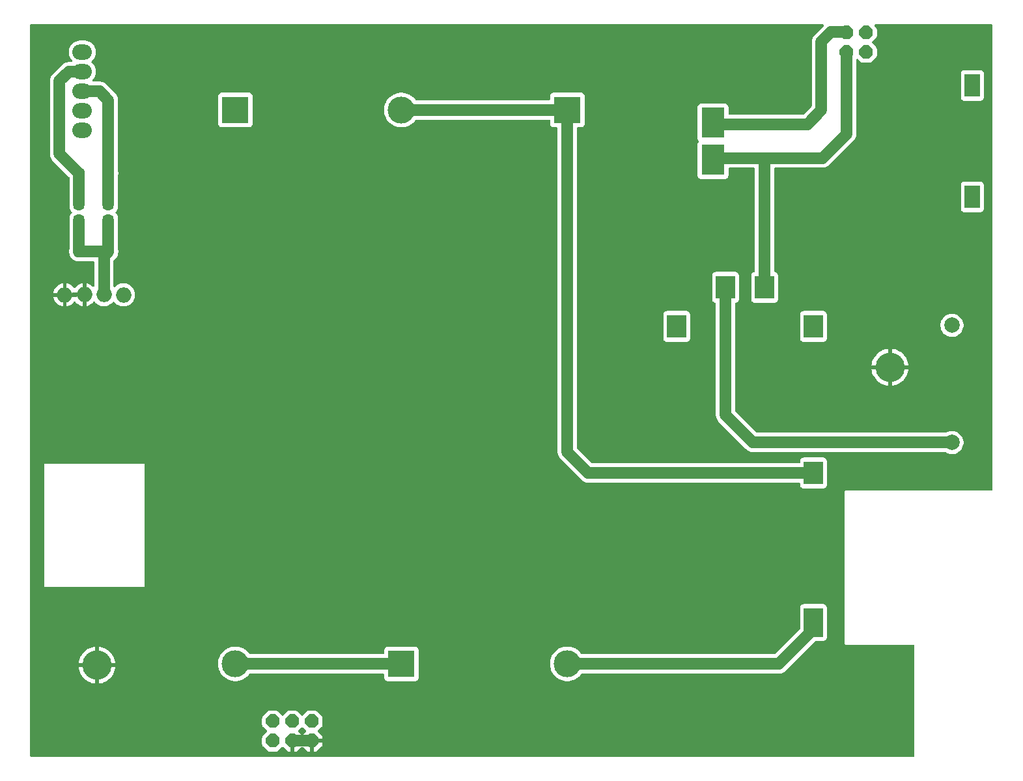
<source format=gbr>
%TF.GenerationSoftware,KiCad,Pcbnew,9.0.0*%
%TF.CreationDate,2025-04-09T21:16:24+03:00*%
%TF.ProjectId,QMX+ Battery + Audio Board,514d582b-2042-4617-9474-657279202b20,rev?*%
%TF.SameCoordinates,Original*%
%TF.FileFunction,Copper,L1,Top*%
%TF.FilePolarity,Positive*%
%FSLAX46Y46*%
G04 Gerber Fmt 4.6, Leading zero omitted, Abs format (unit mm)*
G04 Created by KiCad (PCBNEW 9.0.0) date 2025-04-09 21:16:24*
%MOMM*%
%LPD*%
G01*
G04 APERTURE LIST*
G04 Aperture macros list*
%AMRoundRect*
0 Rectangle with rounded corners*
0 $1 Rounding radius*
0 $2 $3 $4 $5 $6 $7 $8 $9 X,Y pos of 4 corners*
0 Add a 4 corners polygon primitive as box body*
4,1,4,$2,$3,$4,$5,$6,$7,$8,$9,$2,$3,0*
0 Add four circle primitives for the rounded corners*
1,1,$1+$1,$2,$3*
1,1,$1+$1,$4,$5*
1,1,$1+$1,$6,$7*
1,1,$1+$1,$8,$9*
0 Add four rect primitives between the rounded corners*
20,1,$1+$1,$2,$3,$4,$5,0*
20,1,$1+$1,$4,$5,$6,$7,0*
20,1,$1+$1,$6,$7,$8,$9,0*
20,1,$1+$1,$8,$9,$2,$3,0*%
%AMOutline5P*
0 Free polygon, 5 corners , with rotation*
0 The origin of the aperture is its center*
0 number of corners: always 5*
0 $1 to $10 corner X, Y*
0 $11 Rotation angle, in degrees counterclockwise*
0 create outline with 5 corners*
4,1,5,$1,$2,$3,$4,$5,$6,$7,$8,$9,$10,$1,$2,$11*%
%AMOutline6P*
0 Free polygon, 6 corners , with rotation*
0 The origin of the aperture is its center*
0 number of corners: always 6*
0 $1 to $12 corner X, Y*
0 $13 Rotation angle, in degrees counterclockwise*
0 create outline with 6 corners*
4,1,6,$1,$2,$3,$4,$5,$6,$7,$8,$9,$10,$11,$12,$1,$2,$13*%
%AMOutline7P*
0 Free polygon, 7 corners , with rotation*
0 The origin of the aperture is its center*
0 number of corners: always 7*
0 $1 to $14 corner X, Y*
0 $15 Rotation angle, in degrees counterclockwise*
0 create outline with 7 corners*
4,1,7,$1,$2,$3,$4,$5,$6,$7,$8,$9,$10,$11,$12,$13,$14,$1,$2,$15*%
%AMOutline8P*
0 Free polygon, 8 corners , with rotation*
0 The origin of the aperture is its center*
0 number of corners: always 8*
0 $1 to $16 corner X, Y*
0 $17 Rotation angle, in degrees counterclockwise*
0 create outline with 8 corners*
4,1,8,$1,$2,$3,$4,$5,$6,$7,$8,$9,$10,$11,$12,$13,$14,$15,$16,$1,$2,$17*%
G04 Aperture macros list end*
%TA.AperFunction,SMDPad,CuDef*%
%ADD10RoundRect,0.250000X-0.450000X0.350000X-0.450000X-0.350000X0.450000X-0.350000X0.450000X0.350000X0*%
%TD*%
%TA.AperFunction,ComponentPad*%
%ADD11R,2.000000X3.000000*%
%TD*%
%TA.AperFunction,ComponentPad*%
%ADD12R,3.000000X4.000000*%
%TD*%
%TA.AperFunction,ComponentPad*%
%ADD13R,3.500000X3.500000*%
%TD*%
%TA.AperFunction,ComponentPad*%
%ADD14C,3.500000*%
%TD*%
%TA.AperFunction,ComponentPad*%
%ADD15C,2.000000*%
%TD*%
%TA.AperFunction,ComponentPad*%
%ADD16O,2.000000X2.000000*%
%TD*%
%TA.AperFunction,ComponentPad*%
%ADD17O,2.540000X2.000000*%
%TD*%
%TA.AperFunction,ComponentPad*%
%ADD18C,1.600000*%
%TD*%
%TA.AperFunction,ComponentPad*%
%ADD19O,1.600000X1.600000*%
%TD*%
%TA.AperFunction,ComponentPad*%
%ADD20R,2.520000X1.551400*%
%TD*%
%TA.AperFunction,ComponentPad*%
%ADD21R,2.500000X3.000000*%
%TD*%
%TA.AperFunction,ComponentPad*%
%ADD22C,3.810000*%
%TD*%
%TA.AperFunction,ComponentPad*%
%ADD23Outline8P,-0.889000X0.368236X-0.368236X0.889000X0.368236X0.889000X0.889000X0.368236X0.889000X-0.368236X0.368236X-0.889000X-0.368236X-0.889000X-0.889000X-0.368236X0.000000*%
%TD*%
%TA.AperFunction,ComponentPad*%
%ADD24Outline8P,-0.889000X0.368236X-0.368236X0.889000X0.368236X0.889000X0.889000X0.368236X0.889000X-0.368236X0.368236X-0.889000X-0.368236X-0.889000X-0.889000X-0.368236X270.000000*%
%TD*%
%TA.AperFunction,Conductor*%
%ADD25C,1.500000*%
%TD*%
G04 APERTURE END LIST*
D10*
%TO.P,R3,1*%
%TO.N,Net-(J1-Pin_3)*%
X100330000Y-78316000D03*
%TO.P,R3,2*%
%TO.N,Net-(U2-IN)*%
X100330000Y-80316000D03*
%TD*%
D11*
%TO.P,U1,1,VIN*%
%TO.N,unconnected-(U1-VIN-Pad1)*%
X212668500Y-77317500D03*
%TO.P,U1,2,GND*%
%TO.N,unconnected-(U1-GND-Pad2)*%
X212668500Y-62839500D03*
D12*
%TO.P,U1,3,BAT*%
%TO.N,Net-(J3-Pin_1)*%
X178938500Y-67665500D03*
%TO.P,U1,4,GND*%
%TO.N,Net-(BMS1--)*%
X178938500Y-72491500D03*
%TD*%
D13*
%TO.P,BT3,1,+*%
%TO.N,Net-(BMS1-12.6V)*%
X116840000Y-66000000D03*
D14*
%TO.P,BT3,2,-*%
%TO.N,Net-(BMS1-8.4V)*%
X116840000Y-138000000D03*
%TD*%
D15*
%TO.P,F1,1*%
%TO.N,Net-(J3-Pin_1)*%
X210000000Y-93980000D03*
%TO.P,F1,2*%
%TO.N,Net-(BMS1-+)*%
X210000000Y-109220000D03*
%TD*%
D16*
%TO.P,U2,1,VDD*%
%TO.N,Net-(J2-Pin_2)*%
X102284000Y-90028200D03*
%TO.P,U2,2,IN*%
%TO.N,Net-(U2-IN)*%
X99744000Y-90006100D03*
%TO.P,U2,3,GND*%
%TO.N,GND*%
X94655000Y-90028200D03*
X97204000Y-90006100D03*
%TD*%
D17*
%TO.P,J1,1,Pin_1*%
%TO.N,unconnected-(J1-Pin_1-Pad1)*%
X96940000Y-68640000D03*
%TO.P,J1,2,Pin_2*%
%TO.N,unconnected-(J1-Pin_2-Pad2)*%
X96940000Y-66100000D03*
%TO.P,J1,3,Pin_3*%
%TO.N,Net-(J1-Pin_3)*%
X96940000Y-63560000D03*
%TO.P,J1,4,Pin_4*%
%TO.N,Net-(J1-Pin_4)*%
X96940000Y-61020000D03*
%TO.P,J1,5,Pin_5*%
%TO.N,unconnected-(J1-Pin_5-Pad5)*%
X96940000Y-58480000D03*
%TD*%
D18*
%TO.P,R2,1*%
%TO.N,Net-(J1-Pin_4)*%
X96520000Y-74236000D03*
D19*
%TO.P,R2,2*%
%TO.N,Net-(U2-IN)*%
X96520000Y-84396000D03*
%TD*%
D18*
%TO.P,R1,1*%
%TO.N,Net-(J1-Pin_3)*%
X100330000Y-74236000D03*
D19*
%TO.P,R1,2*%
%TO.N,Net-(U2-IN)*%
X100330000Y-84396000D03*
%TD*%
D20*
%TO.P,BMS1,1,0V*%
%TO.N,Net-(BMS1-0V)*%
X192010000Y-133750300D03*
D21*
X192000000Y-132240000D03*
%TO.P,BMS1,2,4.2V*%
%TO.N,Net-(BMS1-4.2V)*%
X192000000Y-113190000D03*
%TO.P,BMS1,3,8.4V*%
%TO.N,Net-(BMS1-8.4V)*%
X192000000Y-94140000D03*
%TO.P,BMS1,4,12.6V*%
%TO.N,Net-(BMS1-12.6V)*%
X174220000Y-94140000D03*
%TO.P,BMS1,5,+*%
%TO.N,Net-(BMS1-+)*%
X180570000Y-89060000D03*
%TO.P,BMS1,6,-*%
%TO.N,Net-(BMS1--)*%
X185650000Y-89060000D03*
%TD*%
D10*
%TO.P,R4,1*%
%TO.N,Net-(J1-Pin_4)*%
X96520000Y-78316000D03*
%TO.P,R4,2*%
%TO.N,Net-(U2-IN)*%
X96520000Y-80316000D03*
%TD*%
D22*
%TO.P,H4,B3\u002C3*%
%TO.N,GND*%
X98840000Y-138172500D03*
%TD*%
%TO.P,H202,B3\u002C3*%
%TO.N,GND*%
X201948750Y-99437500D03*
%TD*%
D13*
%TO.P,BT2,1,+*%
%TO.N,Net-(BMS1-8.4V)*%
X138430000Y-138000000D03*
D14*
%TO.P,BT2,2,-*%
%TO.N,Net-(BMS1-4.2V)*%
X138430000Y-66000000D03*
%TD*%
D13*
%TO.P,BT1,1,+*%
%TO.N,Net-(BMS1-4.2V)*%
X160000000Y-66000000D03*
D14*
%TO.P,BT1,2,-*%
%TO.N,Net-(BMS1-0V)*%
X160000000Y-138000000D03*
%TD*%
D23*
%TO.P,J2,1,Pin_1*%
%TO.N,unconnected-(J2-Pin_1-Pad1)*%
X121700000Y-148010000D03*
%TO.P,J2,2,Pin_2*%
%TO.N,Net-(J2-Pin_2)*%
X121700000Y-145470000D03*
%TO.P,J2,3,Pin_3*%
%TO.N,GND*%
X124240000Y-148010000D03*
%TO.P,J2,4,Pin_4*%
%TO.N,unconnected-(J2-Pin_4-Pad4)*%
X124240000Y-145470000D03*
%TO.P,J2,5,Pin_5*%
%TO.N,GND*%
X126780000Y-148010000D03*
%TO.P,J2,6,Pin_6*%
%TO.N,unconnected-(J2-Pin_6-Pad6)*%
X126780000Y-145470000D03*
%TD*%
D24*
%TO.P,J3,1,Pin_1*%
%TO.N,Net-(J3-Pin_1)*%
X196312500Y-55940000D03*
%TO.P,J3,2,Pin_2*%
%TO.N,unconnected-(J3-Pin_2-Pad2)*%
X198852500Y-55940000D03*
%TO.P,J3,3,Pin_3*%
%TO.N,Net-(BMS1--)*%
X196312500Y-58480000D03*
%TO.P,J3,4,Pin_4*%
%TO.N,unconnected-(J3-Pin_4-Pad4)*%
X198852500Y-58480000D03*
%TD*%
D25*
%TO.N,Net-(BMS1-0V)*%
X187510000Y-138000000D02*
X192000000Y-133510000D01*
X160000000Y-138000000D02*
X187510000Y-138000000D01*
X192000000Y-132240000D02*
X192000000Y-133510000D01*
%TO.N,Net-(BMS1-+)*%
X184150000Y-109220000D02*
X210000000Y-109220000D01*
X180570000Y-105640000D02*
X184150000Y-109220000D01*
X180570000Y-89060000D02*
X180570000Y-105640000D01*
%TO.N,Net-(BMS1-4.2V)*%
X138430000Y-66000000D02*
X160000000Y-66000000D01*
X160000000Y-110470000D02*
X162720000Y-113190000D01*
X160000000Y-66000000D02*
X160000000Y-110470000D01*
X162720000Y-113190000D02*
X192000000Y-113190000D01*
%TO.N,Net-(BMS1-8.4V)*%
X116840000Y-138000000D02*
X138430000Y-138000000D01*
%TO.N,GND*%
X94677100Y-90006100D02*
X94655000Y-90028200D01*
X124240000Y-148010000D02*
X126780000Y-148010000D01*
%TO.N,Net-(J1-Pin_3)*%
X99170000Y-63560000D02*
X96940000Y-63560000D01*
X100330000Y-64720000D02*
X99170000Y-63560000D01*
X100330000Y-74236000D02*
X100330000Y-64720000D01*
X100330000Y-78316000D02*
X100330000Y-74236000D01*
%TO.N,Net-(J1-Pin_4)*%
X96520000Y-78316000D02*
X96520000Y-74236000D01*
X93980000Y-62230000D02*
X93980000Y-71696000D01*
X93980000Y-71696000D02*
X96520000Y-74236000D01*
X95190000Y-61020000D02*
X93980000Y-62230000D01*
X96940000Y-61020000D02*
X95190000Y-61020000D01*
%TO.N,Net-(J3-Pin_1)*%
X194310000Y-55880000D02*
X196252500Y-55880000D01*
X178938500Y-67861600D02*
X191218400Y-67861600D01*
X193040000Y-57150000D02*
X194310000Y-55880000D01*
X191218400Y-67861600D02*
X193040000Y-66040000D01*
X196252500Y-55880000D02*
X196312500Y-55940000D01*
X193040000Y-66040000D02*
X193040000Y-57150000D01*
%TO.N,Net-(BMS1--)*%
X185650000Y-72261400D02*
X185650000Y-89060000D01*
X193168600Y-72261400D02*
X196312500Y-69117500D01*
X178938500Y-72261400D02*
X182531100Y-72261400D01*
X196312500Y-69117500D02*
X196312500Y-58480000D01*
X182531100Y-72261400D02*
X185650000Y-72261400D01*
X182531100Y-72261400D02*
X193168600Y-72261400D01*
%TO.N,Net-(U2-IN)*%
X99744000Y-90006100D02*
X99744000Y-84982000D01*
X99744000Y-84982000D02*
X100330000Y-84396000D01*
X96520000Y-80316000D02*
X96520000Y-84396000D01*
X100330000Y-80316000D02*
X100330000Y-84396000D01*
X100330000Y-84396000D02*
X96520000Y-84396000D01*
%TD*%
%TA.AperFunction,Conductor*%
%TO.N,GND*%
G36*
X126306619Y-147813919D02*
G01*
X126272000Y-147943120D01*
X126272000Y-148076880D01*
X126306619Y-148206081D01*
X126337749Y-148260000D01*
X124682251Y-148260000D01*
X124713381Y-148206081D01*
X124748000Y-148076880D01*
X124748000Y-147943120D01*
X124713381Y-147813919D01*
X124682251Y-147760000D01*
X126337749Y-147760000D01*
X126306619Y-147813919D01*
G37*
%TD.AperFunction*%
%TA.AperFunction,Conductor*%
G36*
X125553332Y-146224228D02*
G01*
X125597677Y-146252727D01*
X125997269Y-146652318D01*
X125997623Y-146652672D01*
X126031108Y-146713995D01*
X126026124Y-146783687D01*
X125997623Y-146828034D01*
X125597680Y-147227976D01*
X125536357Y-147261461D01*
X125466665Y-147256477D01*
X125422318Y-147227976D01*
X125022376Y-146828034D01*
X124988891Y-146766711D01*
X124993875Y-146697019D01*
X125022372Y-146652676D01*
X125422320Y-146252727D01*
X125483641Y-146219244D01*
X125553332Y-146224228D01*
G37*
%TD.AperFunction*%
%TA.AperFunction,Conductor*%
G36*
X96738075Y-89813107D02*
G01*
X96704000Y-89940274D01*
X96704000Y-90071926D01*
X96738075Y-90199093D01*
X96770988Y-90256100D01*
X96273179Y-90256100D01*
X96237896Y-90275366D01*
X96211538Y-90278200D01*
X95088012Y-90278200D01*
X95120925Y-90221193D01*
X95155000Y-90094026D01*
X95155000Y-89962374D01*
X95120925Y-89835207D01*
X95088012Y-89778200D01*
X95585821Y-89778200D01*
X95621104Y-89758934D01*
X95647462Y-89756100D01*
X96770988Y-89756100D01*
X96738075Y-89813107D01*
G37*
%TD.AperFunction*%
%TA.AperFunction,Conductor*%
G36*
X193318703Y-54890185D02*
G01*
X193364458Y-54942989D01*
X193374402Y-55012147D01*
X193345377Y-55075703D01*
X193339345Y-55082181D01*
X192086174Y-56335351D01*
X192086174Y-56335352D01*
X192086172Y-56335354D01*
X192076106Y-56349209D01*
X191970476Y-56494594D01*
X191881117Y-56669971D01*
X191827911Y-56833722D01*
X191820291Y-56857173D01*
X191789500Y-57051577D01*
X191789500Y-65470664D01*
X191769815Y-65537703D01*
X191753181Y-65558345D01*
X190736745Y-66574781D01*
X190675422Y-66608266D01*
X190649064Y-66611100D01*
X181062999Y-66611100D01*
X180995960Y-66591415D01*
X180950205Y-66538611D01*
X180938999Y-66487100D01*
X180938999Y-65617629D01*
X180938998Y-65617623D01*
X180938997Y-65617616D01*
X180932591Y-65558017D01*
X180925014Y-65537703D01*
X180882297Y-65423171D01*
X180882293Y-65423164D01*
X180796047Y-65307955D01*
X180796044Y-65307952D01*
X180680835Y-65221706D01*
X180680828Y-65221702D01*
X180545982Y-65171408D01*
X180545983Y-65171408D01*
X180486383Y-65165001D01*
X180486381Y-65165000D01*
X180486373Y-65165000D01*
X180486364Y-65165000D01*
X177390629Y-65165000D01*
X177390623Y-65165001D01*
X177331016Y-65171408D01*
X177196171Y-65221702D01*
X177196164Y-65221706D01*
X177080955Y-65307952D01*
X177080952Y-65307955D01*
X176994706Y-65423164D01*
X176994702Y-65423171D01*
X176944408Y-65558017D01*
X176938001Y-65617616D01*
X176938001Y-65617623D01*
X176938000Y-65617635D01*
X176938000Y-69713370D01*
X176938001Y-69713376D01*
X176944408Y-69772983D01*
X176994702Y-69907828D01*
X176994703Y-69907830D01*
X177066838Y-70004189D01*
X177091255Y-70069653D01*
X177076404Y-70137926D01*
X177066838Y-70152811D01*
X176994703Y-70249169D01*
X176994702Y-70249171D01*
X176944408Y-70384017D01*
X176938001Y-70443616D01*
X176938001Y-70443623D01*
X176938000Y-70443635D01*
X176938000Y-74539370D01*
X176938001Y-74539376D01*
X176944408Y-74598983D01*
X176994702Y-74733828D01*
X176994706Y-74733835D01*
X177080952Y-74849044D01*
X177080955Y-74849047D01*
X177196164Y-74935293D01*
X177196171Y-74935297D01*
X177331017Y-74985591D01*
X177331016Y-74985591D01*
X177337944Y-74986335D01*
X177390627Y-74992000D01*
X180486372Y-74991999D01*
X180545983Y-74985591D01*
X180680831Y-74935296D01*
X180796046Y-74849046D01*
X180882296Y-74733831D01*
X180932591Y-74598983D01*
X180939000Y-74539373D01*
X180939000Y-73635900D01*
X180958685Y-73568861D01*
X181011489Y-73523106D01*
X181063000Y-73511900D01*
X182432683Y-73511900D01*
X184275500Y-73511900D01*
X184342539Y-73531585D01*
X184388294Y-73584389D01*
X184399500Y-73635900D01*
X184399500Y-86943023D01*
X184379815Y-87010062D01*
X184327011Y-87055817D01*
X184299865Y-87063266D01*
X184300068Y-87064124D01*
X184292520Y-87065907D01*
X184157671Y-87116202D01*
X184157664Y-87116206D01*
X184042455Y-87202452D01*
X184042452Y-87202455D01*
X183956206Y-87317664D01*
X183956202Y-87317671D01*
X183905908Y-87452517D01*
X183899501Y-87512116D01*
X183899501Y-87512123D01*
X183899500Y-87512135D01*
X183899500Y-90607870D01*
X183899501Y-90607876D01*
X183905908Y-90667483D01*
X183956202Y-90802328D01*
X183956206Y-90802335D01*
X184042452Y-90917544D01*
X184042455Y-90917547D01*
X184157664Y-91003793D01*
X184157671Y-91003797D01*
X184292517Y-91054091D01*
X184292516Y-91054091D01*
X184299444Y-91054835D01*
X184352127Y-91060500D01*
X186947872Y-91060499D01*
X187007483Y-91054091D01*
X187142331Y-91003796D01*
X187257546Y-90917546D01*
X187343796Y-90802331D01*
X187394091Y-90667483D01*
X187400500Y-90607873D01*
X187400499Y-87512128D01*
X187394091Y-87452517D01*
X187343796Y-87317669D01*
X187343795Y-87317668D01*
X187343793Y-87317664D01*
X187257547Y-87202455D01*
X187257544Y-87202452D01*
X187142335Y-87116206D01*
X187142328Y-87116202D01*
X187007482Y-87065908D01*
X186999938Y-87064126D01*
X187000474Y-87061853D01*
X186946688Y-87039571D01*
X186906843Y-86982177D01*
X186900500Y-86943024D01*
X186900500Y-75769635D01*
X211168000Y-75769635D01*
X211168000Y-78865370D01*
X211168001Y-78865376D01*
X211174408Y-78924983D01*
X211224702Y-79059828D01*
X211224706Y-79059835D01*
X211310952Y-79175044D01*
X211310955Y-79175047D01*
X211426164Y-79261293D01*
X211426171Y-79261297D01*
X211561017Y-79311591D01*
X211561016Y-79311591D01*
X211567944Y-79312335D01*
X211620627Y-79318000D01*
X213716372Y-79317999D01*
X213775983Y-79311591D01*
X213910831Y-79261296D01*
X214026046Y-79175046D01*
X214112296Y-79059831D01*
X214162591Y-78924983D01*
X214169000Y-78865373D01*
X214168999Y-75769628D01*
X214162591Y-75710017D01*
X214112296Y-75575169D01*
X214112295Y-75575168D01*
X214112293Y-75575164D01*
X214026047Y-75459955D01*
X214026044Y-75459952D01*
X213910835Y-75373706D01*
X213910828Y-75373702D01*
X213775982Y-75323408D01*
X213775983Y-75323408D01*
X213716383Y-75317001D01*
X213716381Y-75317000D01*
X213716373Y-75317000D01*
X213716364Y-75317000D01*
X211620629Y-75317000D01*
X211620623Y-75317001D01*
X211561016Y-75323408D01*
X211426171Y-75373702D01*
X211426164Y-75373706D01*
X211310955Y-75459952D01*
X211310952Y-75459955D01*
X211224706Y-75575164D01*
X211224702Y-75575171D01*
X211174408Y-75710017D01*
X211168001Y-75769616D01*
X211168001Y-75769623D01*
X211168000Y-75769635D01*
X186900500Y-75769635D01*
X186900500Y-73635900D01*
X186920185Y-73568861D01*
X186972989Y-73523106D01*
X187024500Y-73511900D01*
X193267022Y-73511900D01*
X193461426Y-73481109D01*
X193648626Y-73420284D01*
X193824005Y-73330924D01*
X193983246Y-73215228D01*
X197266328Y-69932146D01*
X197382024Y-69772905D01*
X197471384Y-69597526D01*
X197532209Y-69410326D01*
X197563000Y-69215922D01*
X197563000Y-61291635D01*
X211168000Y-61291635D01*
X211168000Y-64387370D01*
X211168001Y-64387373D01*
X211174408Y-64446983D01*
X211224702Y-64581828D01*
X211224706Y-64581835D01*
X211310952Y-64697044D01*
X211310955Y-64697047D01*
X211426164Y-64783293D01*
X211426171Y-64783297D01*
X211561017Y-64833591D01*
X211561016Y-64833591D01*
X211567944Y-64834335D01*
X211620627Y-64840000D01*
X213716372Y-64839999D01*
X213775983Y-64833591D01*
X213910831Y-64783296D01*
X214026046Y-64697046D01*
X214112296Y-64581831D01*
X214162591Y-64446983D01*
X214169000Y-64387373D01*
X214168999Y-61291628D01*
X214162591Y-61232017D01*
X214127559Y-61138092D01*
X214112297Y-61097171D01*
X214112293Y-61097164D01*
X214026047Y-60981955D01*
X214026044Y-60981952D01*
X213910835Y-60895706D01*
X213910828Y-60895702D01*
X213775982Y-60845408D01*
X213775983Y-60845408D01*
X213716383Y-60839001D01*
X213716381Y-60839000D01*
X213716373Y-60839000D01*
X213716364Y-60839000D01*
X211620629Y-60839000D01*
X211620623Y-60839001D01*
X211561016Y-60845408D01*
X211426171Y-60895702D01*
X211426164Y-60895706D01*
X211310955Y-60981952D01*
X211310952Y-60981955D01*
X211224706Y-61097164D01*
X211224702Y-61097171D01*
X211174408Y-61232017D01*
X211168001Y-61291616D01*
X211168001Y-61291623D01*
X211168000Y-61291635D01*
X197563000Y-61291635D01*
X197563000Y-59454912D01*
X197582685Y-59387873D01*
X197635489Y-59342118D01*
X197704647Y-59332174D01*
X197768203Y-59361199D01*
X197774681Y-59367231D01*
X198159321Y-59751871D01*
X198159340Y-59751888D01*
X198226245Y-59803863D01*
X198226246Y-59803864D01*
X198298963Y-59833983D01*
X198359214Y-59858940D01*
X198443287Y-59869500D01*
X199261709Y-59869501D01*
X199345785Y-59858940D01*
X199478752Y-59803863D01*
X199545671Y-59751879D01*
X200124382Y-59173167D01*
X200176364Y-59106253D01*
X200231440Y-58973286D01*
X200242000Y-58889213D01*
X200242001Y-58070791D01*
X200231440Y-57986715D01*
X200176363Y-57853748D01*
X200124379Y-57786829D01*
X199840037Y-57502487D01*
X199635230Y-57297680D01*
X199601745Y-57236357D01*
X199606729Y-57166665D01*
X199635228Y-57122320D01*
X200124382Y-56633167D01*
X200176364Y-56566253D01*
X200231440Y-56433286D01*
X200242000Y-56349213D01*
X200242001Y-55530791D01*
X200231440Y-55446715D01*
X200176363Y-55313748D01*
X200124379Y-55246829D01*
X199959731Y-55082181D01*
X199926246Y-55020858D01*
X199931230Y-54951166D01*
X199973102Y-54895233D01*
X200038566Y-54870816D01*
X200047412Y-54870500D01*
X215180500Y-54870500D01*
X215247539Y-54890185D01*
X215293294Y-54942989D01*
X215304500Y-54994500D01*
X215304500Y-115305500D01*
X215284815Y-115372539D01*
X215232011Y-115418294D01*
X215180500Y-115429500D01*
X196223866Y-115429500D01*
X196150175Y-115460024D01*
X196093774Y-115516425D01*
X196063250Y-115590116D01*
X196063250Y-115590118D01*
X196063250Y-135275118D01*
X196063250Y-135354882D01*
X196093774Y-135428574D01*
X196150176Y-135484976D01*
X196223868Y-135515500D01*
X205020500Y-135515500D01*
X205087539Y-135535185D01*
X205133294Y-135587989D01*
X205144500Y-135639500D01*
X205144500Y-149935500D01*
X205124815Y-150002539D01*
X205072011Y-150048294D01*
X205020500Y-150059500D01*
X90274500Y-150059500D01*
X90207461Y-150039815D01*
X90161706Y-149987011D01*
X90150500Y-149935500D01*
X90150500Y-145060790D01*
X120310499Y-145060790D01*
X120310499Y-145879210D01*
X120321059Y-145963282D01*
X120321060Y-145963286D01*
X120376136Y-146096251D01*
X120387738Y-146111186D01*
X120428121Y-146163171D01*
X120428125Y-146163175D01*
X120428126Y-146163176D01*
X120917268Y-146652318D01*
X120950753Y-146713641D01*
X120945769Y-146783333D01*
X120917268Y-146827680D01*
X120428128Y-147316821D01*
X120428111Y-147316840D01*
X120376136Y-147383745D01*
X120376135Y-147383746D01*
X120321061Y-147516710D01*
X120321059Y-147516717D01*
X120310500Y-147600783D01*
X120310499Y-147600790D01*
X120310499Y-148419210D01*
X120321059Y-148503282D01*
X120321060Y-148503286D01*
X120376136Y-148636251D01*
X120376137Y-148636252D01*
X120428121Y-148703171D01*
X120428125Y-148703175D01*
X120428126Y-148703176D01*
X121006821Y-149281871D01*
X121006840Y-149281888D01*
X121073745Y-149333863D01*
X121073746Y-149333864D01*
X121146463Y-149363983D01*
X121206714Y-149388940D01*
X121290787Y-149399500D01*
X122109209Y-149399501D01*
X122193285Y-149388940D01*
X122326252Y-149333863D01*
X122393171Y-149281879D01*
X122882674Y-148792374D01*
X122943995Y-148758891D01*
X123013686Y-148763875D01*
X123058034Y-148792376D01*
X123547154Y-149281496D01*
X123547167Y-149281507D01*
X123614005Y-149333429D01*
X123746839Y-149388450D01*
X123830825Y-149398999D01*
X123989999Y-149398999D01*
X123990000Y-149398998D01*
X123990000Y-148452251D01*
X124043919Y-148483381D01*
X124173120Y-148518000D01*
X124306880Y-148518000D01*
X124436081Y-148483381D01*
X124490000Y-148452251D01*
X124490000Y-149398999D01*
X124649170Y-149398999D01*
X124733160Y-149388451D01*
X124865993Y-149333429D01*
X124932840Y-149281500D01*
X124932846Y-149281495D01*
X125422319Y-148792023D01*
X125483642Y-148758538D01*
X125553334Y-148763522D01*
X125597681Y-148792023D01*
X126087154Y-149281496D01*
X126087167Y-149281507D01*
X126154005Y-149333429D01*
X126286839Y-149388450D01*
X126370825Y-149398999D01*
X126529999Y-149398999D01*
X126530000Y-149398998D01*
X126530000Y-148452251D01*
X126583919Y-148483381D01*
X126713120Y-148518000D01*
X126846880Y-148518000D01*
X126976081Y-148483381D01*
X127030000Y-148452251D01*
X127030000Y-149398999D01*
X127189170Y-149398999D01*
X127273160Y-149388451D01*
X127405993Y-149333429D01*
X127472840Y-149281500D01*
X127472846Y-149281495D01*
X128051496Y-148702845D01*
X128051507Y-148702832D01*
X128103429Y-148635994D01*
X128103429Y-148635993D01*
X128158450Y-148503160D01*
X128168999Y-148419177D01*
X128169000Y-148419171D01*
X128169000Y-148260000D01*
X127222251Y-148260000D01*
X127253381Y-148206081D01*
X127288000Y-148076880D01*
X127288000Y-147943120D01*
X127253381Y-147813919D01*
X127222251Y-147760000D01*
X128168999Y-147760000D01*
X128168999Y-147600829D01*
X128158451Y-147516839D01*
X128103429Y-147384006D01*
X128051500Y-147317159D01*
X128051495Y-147317153D01*
X127562376Y-146828034D01*
X127528891Y-146766711D01*
X127533875Y-146697019D01*
X127562372Y-146652677D01*
X128051882Y-146163167D01*
X128103864Y-146096253D01*
X128158940Y-145963286D01*
X128169500Y-145879213D01*
X128169501Y-145060791D01*
X128158940Y-144976715D01*
X128103863Y-144843748D01*
X128051879Y-144776829D01*
X127962319Y-144687269D01*
X127473178Y-144198128D01*
X127473159Y-144198111D01*
X127406254Y-144146136D01*
X127406253Y-144146135D01*
X127273289Y-144091061D01*
X127273287Y-144091060D01*
X127273286Y-144091060D01*
X127273285Y-144091059D01*
X127273282Y-144091059D01*
X127189216Y-144080500D01*
X127189209Y-144080499D01*
X126370789Y-144080499D01*
X126286717Y-144091059D01*
X126286713Y-144091060D01*
X126153748Y-144146136D01*
X126086829Y-144198121D01*
X126086823Y-144198126D01*
X125597681Y-144687269D01*
X125536358Y-144720754D01*
X125466666Y-144715770D01*
X125422319Y-144687269D01*
X124933178Y-144198128D01*
X124933159Y-144198111D01*
X124866254Y-144146136D01*
X124866253Y-144146135D01*
X124733289Y-144091061D01*
X124733287Y-144091060D01*
X124733286Y-144091060D01*
X124733285Y-144091059D01*
X124733282Y-144091059D01*
X124649216Y-144080500D01*
X124649209Y-144080499D01*
X123830789Y-144080499D01*
X123746717Y-144091059D01*
X123746713Y-144091060D01*
X123613748Y-144146136D01*
X123546829Y-144198121D01*
X123546823Y-144198126D01*
X123057681Y-144687269D01*
X122996358Y-144720754D01*
X122926666Y-144715770D01*
X122882319Y-144687269D01*
X122393178Y-144198128D01*
X122393159Y-144198111D01*
X122326254Y-144146136D01*
X122326253Y-144146135D01*
X122193289Y-144091061D01*
X122193287Y-144091060D01*
X122193286Y-144091060D01*
X122193285Y-144091059D01*
X122193282Y-144091059D01*
X122109216Y-144080500D01*
X122109209Y-144080499D01*
X121290789Y-144080499D01*
X121206717Y-144091059D01*
X121206713Y-144091060D01*
X121073748Y-144146136D01*
X121006829Y-144198121D01*
X121006823Y-144198126D01*
X120428128Y-144776821D01*
X120428111Y-144776840D01*
X120376136Y-144843745D01*
X120376135Y-144843746D01*
X120321061Y-144976710D01*
X120321059Y-144976717D01*
X120310500Y-145060783D01*
X120310499Y-145060790D01*
X90150500Y-145060790D01*
X90150500Y-137922500D01*
X96447951Y-137922500D01*
X97209029Y-137922500D01*
X97190000Y-138042642D01*
X97190000Y-138302358D01*
X97209029Y-138422500D01*
X96447951Y-138422500D01*
X96465243Y-138575974D01*
X96465245Y-138575990D01*
X96525352Y-138839337D01*
X96525353Y-138839339D01*
X96614569Y-139094306D01*
X96614571Y-139094310D01*
X96731767Y-139337671D01*
X96875485Y-139566395D01*
X97043904Y-139777587D01*
X97234912Y-139968595D01*
X97446104Y-140137014D01*
X97674828Y-140280732D01*
X97918189Y-140397928D01*
X97918193Y-140397930D01*
X98173160Y-140487146D01*
X98173162Y-140487147D01*
X98436509Y-140547254D01*
X98436525Y-140547256D01*
X98590000Y-140564549D01*
X98590000Y-139803471D01*
X98710142Y-139822500D01*
X98969858Y-139822500D01*
X99090000Y-139803471D01*
X99090000Y-140564548D01*
X99243474Y-140547256D01*
X99243490Y-140547254D01*
X99506837Y-140487147D01*
X99506839Y-140487146D01*
X99761806Y-140397930D01*
X99761810Y-140397928D01*
X100005171Y-140280732D01*
X100233895Y-140137014D01*
X100445087Y-139968595D01*
X100636095Y-139777587D01*
X100804514Y-139566395D01*
X100948232Y-139337671D01*
X101065428Y-139094310D01*
X101065430Y-139094306D01*
X101154646Y-138839339D01*
X101154647Y-138839337D01*
X101214754Y-138575990D01*
X101214756Y-138575974D01*
X101232049Y-138422500D01*
X100470971Y-138422500D01*
X100490000Y-138302358D01*
X100490000Y-138042642D01*
X100470971Y-137922500D01*
X101232050Y-137922500D01*
X101232049Y-137922499D01*
X101225269Y-137862318D01*
X101224161Y-137852486D01*
X114589500Y-137852486D01*
X114589500Y-138147513D01*
X114609887Y-138302358D01*
X114628007Y-138439993D01*
X114664443Y-138575974D01*
X114704361Y-138724951D01*
X114704364Y-138724961D01*
X114817254Y-138997500D01*
X114817258Y-138997510D01*
X114964761Y-139252993D01*
X115144352Y-139487040D01*
X115144358Y-139487047D01*
X115352952Y-139695641D01*
X115352959Y-139695647D01*
X115587006Y-139875238D01*
X115842489Y-140022741D01*
X115842490Y-140022741D01*
X115842493Y-140022743D01*
X116115048Y-140135639D01*
X116400007Y-140211993D01*
X116678415Y-140248646D01*
X116692478Y-140250498D01*
X116692494Y-140250500D01*
X116692501Y-140250500D01*
X116987499Y-140250500D01*
X116987506Y-140250500D01*
X117279993Y-140211993D01*
X117564952Y-140135639D01*
X117837507Y-140022743D01*
X118092994Y-139875238D01*
X118327042Y-139695646D01*
X118535646Y-139487042D01*
X118679926Y-139299012D01*
X118736354Y-139257811D01*
X118778302Y-139250500D01*
X136055501Y-139250500D01*
X136122540Y-139270185D01*
X136168295Y-139322989D01*
X136179501Y-139374500D01*
X136179501Y-139797876D01*
X136185908Y-139857483D01*
X136236202Y-139992328D01*
X136236206Y-139992335D01*
X136322452Y-140107544D01*
X136322455Y-140107547D01*
X136437664Y-140193793D01*
X136437671Y-140193797D01*
X136572517Y-140244091D01*
X136572516Y-140244091D01*
X136579444Y-140244835D01*
X136632127Y-140250500D01*
X140227872Y-140250499D01*
X140287483Y-140244091D01*
X140422331Y-140193796D01*
X140537546Y-140107546D01*
X140623796Y-139992331D01*
X140674091Y-139857483D01*
X140680500Y-139797873D01*
X140680499Y-137852486D01*
X157749500Y-137852486D01*
X157749500Y-138147513D01*
X157769887Y-138302358D01*
X157788007Y-138439993D01*
X157824443Y-138575974D01*
X157864361Y-138724951D01*
X157864364Y-138724961D01*
X157977254Y-138997500D01*
X157977258Y-138997510D01*
X158124761Y-139252993D01*
X158304352Y-139487040D01*
X158304358Y-139487047D01*
X158512952Y-139695641D01*
X158512959Y-139695647D01*
X158747006Y-139875238D01*
X159002489Y-140022741D01*
X159002490Y-140022741D01*
X159002493Y-140022743D01*
X159275048Y-140135639D01*
X159560007Y-140211993D01*
X159838415Y-140248646D01*
X159852478Y-140250498D01*
X159852494Y-140250500D01*
X159852501Y-140250500D01*
X160147499Y-140250500D01*
X160147506Y-140250500D01*
X160439993Y-140211993D01*
X160724952Y-140135639D01*
X160997507Y-140022743D01*
X161252994Y-139875238D01*
X161487042Y-139695646D01*
X161695646Y-139487042D01*
X161839926Y-139299012D01*
X161896354Y-139257811D01*
X161938302Y-139250500D01*
X187608422Y-139250500D01*
X187802826Y-139219709D01*
X187990026Y-139158884D01*
X188165405Y-139069524D01*
X188324646Y-138953828D01*
X192215655Y-135062817D01*
X192276978Y-135029333D01*
X192303336Y-135026499D01*
X193317871Y-135026499D01*
X193317872Y-135026499D01*
X193377483Y-135020091D01*
X193512331Y-134969796D01*
X193627546Y-134883546D01*
X193713796Y-134768331D01*
X193764091Y-134633483D01*
X193770500Y-134573873D01*
X193770499Y-132926728D01*
X193764091Y-132867117D01*
X193758317Y-132851636D01*
X193750499Y-132808302D01*
X193750499Y-130692129D01*
X193750498Y-130692123D01*
X193750497Y-130692116D01*
X193744091Y-130632517D01*
X193693796Y-130497669D01*
X193693795Y-130497668D01*
X193693793Y-130497664D01*
X193607547Y-130382455D01*
X193607544Y-130382452D01*
X193492335Y-130296206D01*
X193492328Y-130296202D01*
X193357482Y-130245908D01*
X193357483Y-130245908D01*
X193297883Y-130239501D01*
X193297881Y-130239500D01*
X193297873Y-130239500D01*
X193297864Y-130239500D01*
X190702129Y-130239500D01*
X190702123Y-130239501D01*
X190642516Y-130245908D01*
X190507671Y-130296202D01*
X190507664Y-130296206D01*
X190392455Y-130382452D01*
X190392452Y-130382455D01*
X190306206Y-130497664D01*
X190306202Y-130497671D01*
X190255908Y-130632517D01*
X190249501Y-130692116D01*
X190249501Y-130692123D01*
X190249500Y-130692135D01*
X190249500Y-133440663D01*
X190229815Y-133507702D01*
X190213181Y-133528344D01*
X187028345Y-136713181D01*
X186967022Y-136746666D01*
X186940664Y-136749500D01*
X161938302Y-136749500D01*
X161871263Y-136729815D01*
X161839926Y-136700987D01*
X161833444Y-136692539D01*
X161695646Y-136512958D01*
X161695644Y-136512956D01*
X161695641Y-136512952D01*
X161487047Y-136304358D01*
X161487040Y-136304352D01*
X161252993Y-136124761D01*
X160997510Y-135977258D01*
X160997500Y-135977254D01*
X160724961Y-135864364D01*
X160724954Y-135864362D01*
X160724952Y-135864361D01*
X160439993Y-135788007D01*
X160382585Y-135780449D01*
X160147513Y-135749500D01*
X160147506Y-135749500D01*
X159852494Y-135749500D01*
X159852486Y-135749500D01*
X159574085Y-135786153D01*
X159560007Y-135788007D01*
X159492087Y-135806206D01*
X159275048Y-135864361D01*
X159275038Y-135864364D01*
X159002499Y-135977254D01*
X159002489Y-135977258D01*
X158747006Y-136124761D01*
X158512959Y-136304352D01*
X158512952Y-136304358D01*
X158304358Y-136512952D01*
X158304352Y-136512959D01*
X158124761Y-136747006D01*
X157977258Y-137002489D01*
X157977254Y-137002499D01*
X157864364Y-137275038D01*
X157864361Y-137275048D01*
X157788008Y-137560004D01*
X157788006Y-137560015D01*
X157749500Y-137852486D01*
X140680499Y-137852486D01*
X140680499Y-136202128D01*
X140674091Y-136142517D01*
X140667468Y-136124761D01*
X140623797Y-136007671D01*
X140623793Y-136007664D01*
X140537547Y-135892455D01*
X140537544Y-135892452D01*
X140422335Y-135806206D01*
X140422328Y-135806202D01*
X140287482Y-135755908D01*
X140287483Y-135755908D01*
X140227883Y-135749501D01*
X140227881Y-135749500D01*
X140227873Y-135749500D01*
X140227864Y-135749500D01*
X136632129Y-135749500D01*
X136632123Y-135749501D01*
X136572516Y-135755908D01*
X136437671Y-135806202D01*
X136437664Y-135806206D01*
X136322455Y-135892452D01*
X136322452Y-135892455D01*
X136236206Y-136007664D01*
X136236202Y-136007671D01*
X136185908Y-136142517D01*
X136179501Y-136202116D01*
X136179501Y-136202123D01*
X136179500Y-136202135D01*
X136179500Y-136625500D01*
X136159815Y-136692539D01*
X136107011Y-136738294D01*
X136055500Y-136749500D01*
X118778302Y-136749500D01*
X118711263Y-136729815D01*
X118679926Y-136700987D01*
X118673444Y-136692539D01*
X118535646Y-136512958D01*
X118535644Y-136512956D01*
X118535641Y-136512952D01*
X118327047Y-136304358D01*
X118327040Y-136304352D01*
X118092993Y-136124761D01*
X117837510Y-135977258D01*
X117837500Y-135977254D01*
X117564961Y-135864364D01*
X117564954Y-135864362D01*
X117564952Y-135864361D01*
X117279993Y-135788007D01*
X117222585Y-135780449D01*
X116987513Y-135749500D01*
X116987506Y-135749500D01*
X116692494Y-135749500D01*
X116692486Y-135749500D01*
X116414085Y-135786153D01*
X116400007Y-135788007D01*
X116332087Y-135806206D01*
X116115048Y-135864361D01*
X116115038Y-135864364D01*
X115842499Y-135977254D01*
X115842489Y-135977258D01*
X115587006Y-136124761D01*
X115352959Y-136304352D01*
X115352952Y-136304358D01*
X115144358Y-136512952D01*
X115144352Y-136512959D01*
X114964761Y-136747006D01*
X114817258Y-137002489D01*
X114817254Y-137002499D01*
X114704364Y-137275038D01*
X114704361Y-137275048D01*
X114628008Y-137560004D01*
X114628006Y-137560015D01*
X114589500Y-137852486D01*
X101224161Y-137852486D01*
X101214756Y-137769025D01*
X101214754Y-137769009D01*
X101154647Y-137505662D01*
X101154646Y-137505660D01*
X101065430Y-137250693D01*
X101065428Y-137250689D01*
X100948232Y-137007328D01*
X100804514Y-136778604D01*
X100636095Y-136567412D01*
X100445087Y-136376404D01*
X100233895Y-136207985D01*
X100005171Y-136064267D01*
X99761810Y-135947071D01*
X99761806Y-135947069D01*
X99506839Y-135857853D01*
X99506837Y-135857852D01*
X99243490Y-135797745D01*
X99243474Y-135797743D01*
X99090000Y-135780449D01*
X99090000Y-136541528D01*
X98969858Y-136522500D01*
X98710142Y-136522500D01*
X98590000Y-136541528D01*
X98590000Y-135780449D01*
X98436525Y-135797743D01*
X98436509Y-135797745D01*
X98173162Y-135857852D01*
X98173160Y-135857853D01*
X97918193Y-135947069D01*
X97918189Y-135947071D01*
X97674828Y-136064267D01*
X97446104Y-136207985D01*
X97234912Y-136376404D01*
X97043904Y-136567412D01*
X96875485Y-136778604D01*
X96731767Y-137007328D01*
X96614571Y-137250689D01*
X96614569Y-137250693D01*
X96525353Y-137505660D01*
X96525352Y-137505662D01*
X96465245Y-137769009D01*
X96465243Y-137769025D01*
X96447951Y-137922500D01*
X90150500Y-137922500D01*
X90150500Y-128000000D01*
X92000000Y-128000000D01*
X105000000Y-128000000D01*
X105000000Y-112000000D01*
X92000000Y-112000000D01*
X92000000Y-128000000D01*
X90150500Y-128000000D01*
X90150500Y-62131577D01*
X92729500Y-62131577D01*
X92729500Y-71794422D01*
X92760290Y-71988826D01*
X92821117Y-72176030D01*
X92910476Y-72351405D01*
X93026172Y-72510646D01*
X93026174Y-72510648D01*
X95233181Y-74717655D01*
X95266666Y-74778978D01*
X95269500Y-74805336D01*
X95269500Y-78414422D01*
X95300291Y-78608826D01*
X95300291Y-78608829D01*
X95313431Y-78649268D01*
X95319500Y-78687582D01*
X95319500Y-78716000D01*
X95319501Y-78716018D01*
X95330001Y-78818797D01*
X95330001Y-78818799D01*
X95385185Y-78985331D01*
X95385187Y-78985336D01*
X95477289Y-79134657D01*
X95570951Y-79228319D01*
X95604436Y-79289642D01*
X95599452Y-79359334D01*
X95570951Y-79403681D01*
X95477289Y-79497342D01*
X95385187Y-79646663D01*
X95385186Y-79646666D01*
X95330001Y-79813203D01*
X95330001Y-79813204D01*
X95330000Y-79813204D01*
X95319500Y-79915983D01*
X95319500Y-79944414D01*
X95313431Y-79982732D01*
X95300291Y-80023172D01*
X95269500Y-80217577D01*
X95269500Y-84016498D01*
X95263431Y-84054816D01*
X95251523Y-84091464D01*
X95219500Y-84293648D01*
X95219500Y-84498351D01*
X95251522Y-84700534D01*
X95314781Y-84895223D01*
X95407715Y-85077613D01*
X95528028Y-85243213D01*
X95672786Y-85387971D01*
X95804383Y-85483580D01*
X95838390Y-85508287D01*
X95954607Y-85567503D01*
X96020776Y-85601218D01*
X96020778Y-85601218D01*
X96020781Y-85601220D01*
X96125137Y-85635127D01*
X96215465Y-85664477D01*
X96316557Y-85680488D01*
X96417648Y-85696500D01*
X96417649Y-85696500D01*
X96622351Y-85696500D01*
X96622352Y-85696500D01*
X96824534Y-85664477D01*
X96852714Y-85655320D01*
X96861184Y-85652569D01*
X96899502Y-85646500D01*
X98369500Y-85646500D01*
X98436539Y-85666185D01*
X98482294Y-85718989D01*
X98493500Y-85770500D01*
X98493500Y-88874918D01*
X98473815Y-88941957D01*
X98421011Y-88987712D01*
X98351853Y-88997656D01*
X98288297Y-88968631D01*
X98281819Y-88962599D01*
X98181186Y-88861966D01*
X97990171Y-88723185D01*
X97779802Y-88615997D01*
X97555247Y-88543034D01*
X97454000Y-88526997D01*
X97454000Y-89573088D01*
X97396993Y-89540175D01*
X97269826Y-89506100D01*
X97138174Y-89506100D01*
X97011007Y-89540175D01*
X96954000Y-89573088D01*
X96954000Y-88526997D01*
X96852752Y-88543034D01*
X96628197Y-88615997D01*
X96417828Y-88723185D01*
X96226813Y-88861966D01*
X96059863Y-89028916D01*
X96021788Y-89081322D01*
X95966457Y-89123987D01*
X95896844Y-89129965D01*
X95835049Y-89097358D01*
X95821153Y-89081320D01*
X95799138Y-89051019D01*
X95799133Y-89051013D01*
X95632186Y-88884066D01*
X95441171Y-88745285D01*
X95230802Y-88638097D01*
X95006247Y-88565134D01*
X94905000Y-88549097D01*
X94905000Y-89595188D01*
X94847993Y-89562275D01*
X94720826Y-89528200D01*
X94589174Y-89528200D01*
X94462007Y-89562275D01*
X94405000Y-89595188D01*
X94405000Y-88549097D01*
X94303752Y-88565134D01*
X94079197Y-88638097D01*
X93868828Y-88745285D01*
X93677813Y-88884066D01*
X93510866Y-89051013D01*
X93372085Y-89242028D01*
X93264897Y-89452397D01*
X93191934Y-89676952D01*
X93175898Y-89778200D01*
X94221988Y-89778200D01*
X94189075Y-89835207D01*
X94155000Y-89962374D01*
X94155000Y-90094026D01*
X94189075Y-90221193D01*
X94221988Y-90278200D01*
X93175898Y-90278200D01*
X93191934Y-90379447D01*
X93264897Y-90604002D01*
X93372085Y-90814371D01*
X93510866Y-91005386D01*
X93677813Y-91172333D01*
X93868828Y-91311114D01*
X94079195Y-91418302D01*
X94303744Y-91491263D01*
X94303750Y-91491265D01*
X94405000Y-91507301D01*
X94405000Y-90461212D01*
X94462007Y-90494125D01*
X94589174Y-90528200D01*
X94720826Y-90528200D01*
X94847993Y-90494125D01*
X94905000Y-90461212D01*
X94905000Y-91507300D01*
X95006249Y-91491265D01*
X95006255Y-91491263D01*
X95230804Y-91418302D01*
X95441171Y-91311114D01*
X95632186Y-91172333D01*
X95799139Y-91005380D01*
X95837209Y-90952980D01*
X95892538Y-90910314D01*
X95962151Y-90904333D01*
X96023947Y-90936938D01*
X96037846Y-90952978D01*
X96059866Y-90983286D01*
X96226813Y-91150233D01*
X96417828Y-91289014D01*
X96628195Y-91396202D01*
X96852744Y-91469163D01*
X96852750Y-91469165D01*
X96954000Y-91485201D01*
X96954000Y-90439112D01*
X97011007Y-90472025D01*
X97138174Y-90506100D01*
X97269826Y-90506100D01*
X97396993Y-90472025D01*
X97454000Y-90439112D01*
X97454000Y-91485200D01*
X97555249Y-91469165D01*
X97555255Y-91469163D01*
X97779804Y-91396202D01*
X97990171Y-91289014D01*
X98181186Y-91150233D01*
X98348137Y-90983282D01*
X98373371Y-90948550D01*
X98428700Y-90905883D01*
X98498314Y-90899902D01*
X98560109Y-90932507D01*
X98574008Y-90948547D01*
X98599483Y-90983610D01*
X98766490Y-91150617D01*
X98957567Y-91289443D01*
X99000099Y-91311114D01*
X99168003Y-91396666D01*
X99168005Y-91396666D01*
X99168008Y-91396668D01*
X99236025Y-91418768D01*
X99392631Y-91469653D01*
X99625903Y-91506600D01*
X99625908Y-91506600D01*
X99862097Y-91506600D01*
X100095368Y-91469653D01*
X100096876Y-91469163D01*
X100319992Y-91396668D01*
X100530433Y-91289443D01*
X100721510Y-91150617D01*
X100888517Y-90983610D01*
X100905651Y-90960026D01*
X100960979Y-90917359D01*
X101030593Y-90911378D01*
X101092389Y-90943982D01*
X101106288Y-90960022D01*
X101139482Y-91005709D01*
X101139483Y-91005710D01*
X101306490Y-91172717D01*
X101497567Y-91311543D01*
X101596991Y-91362202D01*
X101708003Y-91418766D01*
X101708005Y-91418766D01*
X101708008Y-91418768D01*
X101828412Y-91457889D01*
X101932631Y-91491753D01*
X102165903Y-91528700D01*
X102165908Y-91528700D01*
X102402097Y-91528700D01*
X102635368Y-91491753D01*
X102655536Y-91485200D01*
X102859992Y-91418768D01*
X103070433Y-91311543D01*
X103261510Y-91172717D01*
X103428517Y-91005710D01*
X103567343Y-90814633D01*
X103674568Y-90604192D01*
X103747553Y-90379568D01*
X103754579Y-90335207D01*
X103784500Y-90146297D01*
X103784500Y-89910102D01*
X103747553Y-89676831D01*
X103699259Y-89528200D01*
X103674568Y-89452208D01*
X103674566Y-89452205D01*
X103674566Y-89452203D01*
X103618002Y-89341191D01*
X103567343Y-89241767D01*
X103428517Y-89050690D01*
X103261510Y-88883683D01*
X103070433Y-88744857D01*
X102859996Y-88637633D01*
X102635368Y-88564646D01*
X102402097Y-88527700D01*
X102402092Y-88527700D01*
X102165908Y-88527700D01*
X102165903Y-88527700D01*
X101932631Y-88564646D01*
X101708003Y-88637633D01*
X101497566Y-88744857D01*
X101388550Y-88824062D01*
X101306490Y-88883683D01*
X101306488Y-88883685D01*
X101306487Y-88883685D01*
X101206181Y-88983992D01*
X101144858Y-89017477D01*
X101075166Y-89012493D01*
X101019233Y-88970621D01*
X100994816Y-88905157D01*
X100994500Y-88896311D01*
X100994500Y-85583899D01*
X101014185Y-85516860D01*
X101045614Y-85483581D01*
X101177219Y-85387966D01*
X101321966Y-85243219D01*
X101321968Y-85243215D01*
X101321971Y-85243213D01*
X101374732Y-85170590D01*
X101442287Y-85077610D01*
X101535220Y-84895219D01*
X101598477Y-84700534D01*
X101630500Y-84498352D01*
X101630500Y-84293648D01*
X101598477Y-84091466D01*
X101586569Y-84054816D01*
X101580500Y-84016498D01*
X101580500Y-80217577D01*
X101549709Y-80023173D01*
X101536568Y-79982730D01*
X101530499Y-79944411D01*
X101530499Y-79915998D01*
X101530498Y-79915981D01*
X101519999Y-79813203D01*
X101519998Y-79813200D01*
X101464814Y-79646666D01*
X101372712Y-79497344D01*
X101279049Y-79403681D01*
X101245564Y-79342358D01*
X101250548Y-79272666D01*
X101279049Y-79228319D01*
X101372712Y-79134656D01*
X101464814Y-78985334D01*
X101519999Y-78818797D01*
X101530500Y-78716009D01*
X101530499Y-78687584D01*
X101536567Y-78649267D01*
X101549709Y-78608826D01*
X101566504Y-78502784D01*
X101580500Y-78414422D01*
X101580500Y-74615500D01*
X101586569Y-74577182D01*
X101598477Y-74540534D01*
X101630500Y-74338352D01*
X101630500Y-74133648D01*
X101598477Y-73931466D01*
X101586569Y-73894816D01*
X101580500Y-73856498D01*
X101580500Y-64621577D01*
X101553666Y-64452158D01*
X101549709Y-64427174D01*
X101536777Y-64387373D01*
X101488884Y-64239974D01*
X101469604Y-64202135D01*
X114589500Y-64202135D01*
X114589500Y-67797870D01*
X114589501Y-67797876D01*
X114595908Y-67857483D01*
X114646202Y-67992328D01*
X114646206Y-67992335D01*
X114732452Y-68107544D01*
X114732455Y-68107547D01*
X114847664Y-68193793D01*
X114847671Y-68193797D01*
X114982517Y-68244091D01*
X114982516Y-68244091D01*
X114989444Y-68244835D01*
X115042127Y-68250500D01*
X118637872Y-68250499D01*
X118697483Y-68244091D01*
X118832331Y-68193796D01*
X118947546Y-68107546D01*
X119033796Y-67992331D01*
X119084091Y-67857483D01*
X119090500Y-67797873D01*
X119090499Y-65852486D01*
X136179500Y-65852486D01*
X136179500Y-66147513D01*
X136203897Y-66332821D01*
X136218007Y-66439993D01*
X136294361Y-66724951D01*
X136294364Y-66724961D01*
X136407254Y-66997500D01*
X136407258Y-66997510D01*
X136554761Y-67252993D01*
X136734352Y-67487040D01*
X136734358Y-67487047D01*
X136942952Y-67695641D01*
X136942959Y-67695647D01*
X137177006Y-67875238D01*
X137432489Y-68022741D01*
X137432490Y-68022741D01*
X137432493Y-68022743D01*
X137705048Y-68135639D01*
X137990007Y-68211993D01*
X138268415Y-68248646D01*
X138282478Y-68250498D01*
X138282494Y-68250500D01*
X138282501Y-68250500D01*
X138577499Y-68250500D01*
X138577506Y-68250500D01*
X138869993Y-68211993D01*
X139154952Y-68135639D01*
X139427507Y-68022743D01*
X139682994Y-67875238D01*
X139917042Y-67695646D01*
X140125646Y-67487042D01*
X140269926Y-67299012D01*
X140326354Y-67257811D01*
X140368302Y-67250500D01*
X157625501Y-67250500D01*
X157692540Y-67270185D01*
X157738295Y-67322989D01*
X157749501Y-67374500D01*
X157749501Y-67797876D01*
X157755908Y-67857483D01*
X157806202Y-67992328D01*
X157806206Y-67992335D01*
X157892452Y-68107544D01*
X157892455Y-68107547D01*
X158007664Y-68193793D01*
X158007671Y-68193797D01*
X158052618Y-68210561D01*
X158142517Y-68244091D01*
X158202127Y-68250500D01*
X158625500Y-68250499D01*
X158692539Y-68270183D01*
X158738294Y-68322987D01*
X158749500Y-68374499D01*
X158749500Y-110568422D01*
X158780290Y-110762826D01*
X158841117Y-110950030D01*
X158930476Y-111125405D01*
X159046172Y-111284646D01*
X161905354Y-114143828D01*
X162064595Y-114259524D01*
X162147454Y-114301742D01*
X162239969Y-114348882D01*
X162239971Y-114348882D01*
X162239974Y-114348884D01*
X162340318Y-114381487D01*
X162427173Y-114409709D01*
X162621578Y-114440500D01*
X162621583Y-114440500D01*
X162621584Y-114440500D01*
X162818417Y-114440500D01*
X190125501Y-114440500D01*
X190192540Y-114460185D01*
X190238295Y-114512989D01*
X190249501Y-114564500D01*
X190249501Y-114737876D01*
X190255908Y-114797483D01*
X190306202Y-114932328D01*
X190306206Y-114932335D01*
X190392452Y-115047544D01*
X190392455Y-115047547D01*
X190507664Y-115133793D01*
X190507671Y-115133797D01*
X190642517Y-115184091D01*
X190642516Y-115184091D01*
X190649444Y-115184835D01*
X190702127Y-115190500D01*
X193297872Y-115190499D01*
X193357483Y-115184091D01*
X193492331Y-115133796D01*
X193607546Y-115047546D01*
X193693796Y-114932331D01*
X193744091Y-114797483D01*
X193750500Y-114737873D01*
X193750499Y-111642128D01*
X193744091Y-111582517D01*
X193693796Y-111447669D01*
X193693795Y-111447668D01*
X193693793Y-111447664D01*
X193607547Y-111332455D01*
X193607544Y-111332452D01*
X193492335Y-111246206D01*
X193492328Y-111246202D01*
X193357482Y-111195908D01*
X193357483Y-111195908D01*
X193297883Y-111189501D01*
X193297881Y-111189500D01*
X193297873Y-111189500D01*
X193297864Y-111189500D01*
X190702129Y-111189500D01*
X190702123Y-111189501D01*
X190642516Y-111195908D01*
X190507671Y-111246202D01*
X190507664Y-111246206D01*
X190392455Y-111332452D01*
X190392452Y-111332455D01*
X190306206Y-111447664D01*
X190306202Y-111447671D01*
X190255908Y-111582517D01*
X190249501Y-111642116D01*
X190249501Y-111642123D01*
X190249500Y-111642135D01*
X190249500Y-111815500D01*
X190229815Y-111882539D01*
X190177011Y-111928294D01*
X190125500Y-111939500D01*
X163289336Y-111939500D01*
X163222297Y-111919815D01*
X163201655Y-111903181D01*
X161286819Y-109988345D01*
X161253334Y-109927022D01*
X161250500Y-109900664D01*
X161250500Y-92592135D01*
X172469500Y-92592135D01*
X172469500Y-95687870D01*
X172469501Y-95687876D01*
X172475908Y-95747483D01*
X172526202Y-95882328D01*
X172526206Y-95882335D01*
X172612452Y-95997544D01*
X172612455Y-95997547D01*
X172727664Y-96083793D01*
X172727671Y-96083797D01*
X172862517Y-96134091D01*
X172862516Y-96134091D01*
X172869444Y-96134835D01*
X172922127Y-96140500D01*
X175517872Y-96140499D01*
X175577483Y-96134091D01*
X175712331Y-96083796D01*
X175827546Y-95997546D01*
X175913796Y-95882331D01*
X175964091Y-95747483D01*
X175970500Y-95687873D01*
X175970499Y-92592128D01*
X175964091Y-92532517D01*
X175958097Y-92516447D01*
X175913797Y-92397671D01*
X175913793Y-92397664D01*
X175827547Y-92282455D01*
X175827544Y-92282452D01*
X175712335Y-92196206D01*
X175712328Y-92196202D01*
X175577482Y-92145908D01*
X175577483Y-92145908D01*
X175517883Y-92139501D01*
X175517881Y-92139500D01*
X175517873Y-92139500D01*
X175517864Y-92139500D01*
X172922129Y-92139500D01*
X172922123Y-92139501D01*
X172862516Y-92145908D01*
X172727671Y-92196202D01*
X172727664Y-92196206D01*
X172612455Y-92282452D01*
X172612452Y-92282455D01*
X172526206Y-92397664D01*
X172526202Y-92397671D01*
X172475908Y-92532517D01*
X172469501Y-92592116D01*
X172469501Y-92592123D01*
X172469500Y-92592135D01*
X161250500Y-92592135D01*
X161250500Y-87512135D01*
X178819500Y-87512135D01*
X178819500Y-90607870D01*
X178819501Y-90607876D01*
X178825908Y-90667483D01*
X178876202Y-90802328D01*
X178876206Y-90802335D01*
X178962452Y-90917544D01*
X178962455Y-90917547D01*
X179077664Y-91003793D01*
X179077671Y-91003797D01*
X179212517Y-91054091D01*
X179220062Y-91055874D01*
X179219523Y-91058151D01*
X179273287Y-91080408D01*
X179313147Y-91137793D01*
X179319500Y-91176975D01*
X179319500Y-105738422D01*
X179350290Y-105932826D01*
X179411117Y-106120030D01*
X179500476Y-106295405D01*
X179616172Y-106454646D01*
X183196172Y-110034646D01*
X183335354Y-110173828D01*
X183494595Y-110289524D01*
X183577455Y-110331743D01*
X183669970Y-110378882D01*
X183669972Y-110378882D01*
X183669975Y-110378884D01*
X183770317Y-110411487D01*
X183857173Y-110439709D01*
X184051578Y-110470500D01*
X184051583Y-110470500D01*
X184051584Y-110470500D01*
X184248417Y-110470500D01*
X209128072Y-110470500D01*
X209195111Y-110490185D01*
X209200957Y-110494182D01*
X209212247Y-110502384D01*
X209213567Y-110503343D01*
X209341282Y-110568417D01*
X209424003Y-110610566D01*
X209424005Y-110610566D01*
X209424008Y-110610568D01*
X209544412Y-110649689D01*
X209648631Y-110683553D01*
X209881903Y-110720500D01*
X209881908Y-110720500D01*
X210118097Y-110720500D01*
X210351368Y-110683553D01*
X210575992Y-110610568D01*
X210786433Y-110503343D01*
X210977510Y-110364517D01*
X211144517Y-110197510D01*
X211283343Y-110006433D01*
X211390568Y-109795992D01*
X211463553Y-109571368D01*
X211500500Y-109338097D01*
X211500500Y-109101902D01*
X211463553Y-108868631D01*
X211390566Y-108644003D01*
X211283342Y-108433566D01*
X211144517Y-108242490D01*
X210977510Y-108075483D01*
X210786433Y-107936657D01*
X210779611Y-107933181D01*
X210575996Y-107829433D01*
X210351368Y-107756446D01*
X210118097Y-107719500D01*
X210118092Y-107719500D01*
X209881908Y-107719500D01*
X209881903Y-107719500D01*
X209648631Y-107756446D01*
X209424003Y-107829433D01*
X209213563Y-107936659D01*
X209200957Y-107945818D01*
X209135151Y-107969298D01*
X209128072Y-107969500D01*
X184719336Y-107969500D01*
X184652297Y-107949815D01*
X184631655Y-107933181D01*
X181856819Y-105158345D01*
X181823334Y-105097022D01*
X181820500Y-105070664D01*
X181820500Y-99187500D01*
X199556701Y-99187500D01*
X200317779Y-99187500D01*
X200298750Y-99307642D01*
X200298750Y-99567358D01*
X200317779Y-99687500D01*
X199556701Y-99687500D01*
X199573993Y-99840974D01*
X199573995Y-99840990D01*
X199634102Y-100104337D01*
X199634103Y-100104339D01*
X199723319Y-100359306D01*
X199723321Y-100359310D01*
X199840517Y-100602671D01*
X199984235Y-100831395D01*
X200152654Y-101042587D01*
X200343662Y-101233595D01*
X200554854Y-101402014D01*
X200783578Y-101545732D01*
X201026939Y-101662928D01*
X201026943Y-101662930D01*
X201281910Y-101752146D01*
X201281912Y-101752147D01*
X201545259Y-101812254D01*
X201545275Y-101812256D01*
X201698750Y-101829549D01*
X201698750Y-101068471D01*
X201818892Y-101087500D01*
X202078608Y-101087500D01*
X202198750Y-101068471D01*
X202198750Y-101829548D01*
X202352224Y-101812256D01*
X202352240Y-101812254D01*
X202615587Y-101752147D01*
X202615589Y-101752146D01*
X202870556Y-101662930D01*
X202870560Y-101662928D01*
X203113921Y-101545732D01*
X203342645Y-101402014D01*
X203553837Y-101233595D01*
X203744845Y-101042587D01*
X203913264Y-100831395D01*
X204056982Y-100602671D01*
X204174178Y-100359310D01*
X204174180Y-100359306D01*
X204263396Y-100104339D01*
X204263397Y-100104337D01*
X204323504Y-99840990D01*
X204323506Y-99840974D01*
X204340799Y-99687500D01*
X203579721Y-99687500D01*
X203598750Y-99567358D01*
X203598750Y-99307642D01*
X203579721Y-99187500D01*
X204340799Y-99187500D01*
X204323506Y-99034025D01*
X204323504Y-99034009D01*
X204263397Y-98770662D01*
X204263396Y-98770660D01*
X204174180Y-98515693D01*
X204174178Y-98515689D01*
X204056982Y-98272328D01*
X203913264Y-98043604D01*
X203744845Y-97832412D01*
X203553837Y-97641404D01*
X203342645Y-97472985D01*
X203113921Y-97329267D01*
X202870560Y-97212071D01*
X202870556Y-97212069D01*
X202615589Y-97122853D01*
X202615587Y-97122852D01*
X202352240Y-97062745D01*
X202352224Y-97062743D01*
X202198750Y-97045449D01*
X202198750Y-97806528D01*
X202078608Y-97787500D01*
X201818892Y-97787500D01*
X201698750Y-97806528D01*
X201698750Y-97045449D01*
X201545275Y-97062743D01*
X201545259Y-97062745D01*
X201281912Y-97122852D01*
X201281910Y-97122853D01*
X201026943Y-97212069D01*
X201026939Y-97212071D01*
X200783578Y-97329267D01*
X200554854Y-97472985D01*
X200343662Y-97641404D01*
X200152654Y-97832412D01*
X199984235Y-98043604D01*
X199840517Y-98272328D01*
X199723321Y-98515689D01*
X199723319Y-98515693D01*
X199634103Y-98770660D01*
X199634102Y-98770662D01*
X199573995Y-99034009D01*
X199573993Y-99034025D01*
X199556701Y-99187500D01*
X181820500Y-99187500D01*
X181820500Y-92592135D01*
X190249500Y-92592135D01*
X190249500Y-95687870D01*
X190249501Y-95687876D01*
X190255908Y-95747483D01*
X190306202Y-95882328D01*
X190306206Y-95882335D01*
X190392452Y-95997544D01*
X190392455Y-95997547D01*
X190507664Y-96083793D01*
X190507671Y-96083797D01*
X190642517Y-96134091D01*
X190642516Y-96134091D01*
X190649444Y-96134835D01*
X190702127Y-96140500D01*
X193297872Y-96140499D01*
X193357483Y-96134091D01*
X193492331Y-96083796D01*
X193607546Y-95997546D01*
X193693796Y-95882331D01*
X193744091Y-95747483D01*
X193750500Y-95687873D01*
X193750499Y-93861902D01*
X208499500Y-93861902D01*
X208499500Y-94098097D01*
X208536446Y-94331368D01*
X208609433Y-94555996D01*
X208716657Y-94766433D01*
X208855483Y-94957510D01*
X209022490Y-95124517D01*
X209213567Y-95263343D01*
X209312991Y-95314002D01*
X209424003Y-95370566D01*
X209424005Y-95370566D01*
X209424008Y-95370568D01*
X209544412Y-95409689D01*
X209648631Y-95443553D01*
X209881903Y-95480500D01*
X209881908Y-95480500D01*
X210118097Y-95480500D01*
X210351368Y-95443553D01*
X210575992Y-95370568D01*
X210786433Y-95263343D01*
X210977510Y-95124517D01*
X211144517Y-94957510D01*
X211283343Y-94766433D01*
X211390568Y-94555992D01*
X211463553Y-94331368D01*
X211500500Y-94098097D01*
X211500500Y-93861902D01*
X211463553Y-93628631D01*
X211390566Y-93404003D01*
X211283342Y-93193566D01*
X211144517Y-93002490D01*
X210977510Y-92835483D01*
X210786433Y-92696657D01*
X210575996Y-92589433D01*
X210351368Y-92516446D01*
X210118097Y-92479500D01*
X210118092Y-92479500D01*
X209881908Y-92479500D01*
X209881903Y-92479500D01*
X209648631Y-92516446D01*
X209424003Y-92589433D01*
X209213566Y-92696657D01*
X209104550Y-92775862D01*
X209022490Y-92835483D01*
X209022488Y-92835485D01*
X209022487Y-92835485D01*
X208855485Y-93002487D01*
X208855485Y-93002488D01*
X208855483Y-93002490D01*
X208795862Y-93084550D01*
X208716657Y-93193566D01*
X208609433Y-93404003D01*
X208536446Y-93628631D01*
X208499500Y-93861902D01*
X193750499Y-93861902D01*
X193750499Y-92592128D01*
X193744091Y-92532517D01*
X193738097Y-92516447D01*
X193693797Y-92397671D01*
X193693793Y-92397664D01*
X193607547Y-92282455D01*
X193607544Y-92282452D01*
X193492335Y-92196206D01*
X193492328Y-92196202D01*
X193357482Y-92145908D01*
X193357483Y-92145908D01*
X193297883Y-92139501D01*
X193297881Y-92139500D01*
X193297873Y-92139500D01*
X193297864Y-92139500D01*
X190702129Y-92139500D01*
X190702123Y-92139501D01*
X190642516Y-92145908D01*
X190507671Y-92196202D01*
X190507664Y-92196206D01*
X190392455Y-92282452D01*
X190392452Y-92282455D01*
X190306206Y-92397664D01*
X190306202Y-92397671D01*
X190255908Y-92532517D01*
X190249501Y-92592116D01*
X190249501Y-92592123D01*
X190249500Y-92592135D01*
X181820500Y-92592135D01*
X181820500Y-91176976D01*
X181840185Y-91109937D01*
X181892989Y-91064182D01*
X181920135Y-91056736D01*
X181919932Y-91055876D01*
X181927479Y-91054092D01*
X181927481Y-91054091D01*
X181927483Y-91054091D01*
X182062331Y-91003796D01*
X182177546Y-90917546D01*
X182263796Y-90802331D01*
X182314091Y-90667483D01*
X182320500Y-90607873D01*
X182320499Y-87512128D01*
X182314091Y-87452517D01*
X182263796Y-87317669D01*
X182263795Y-87317668D01*
X182263793Y-87317664D01*
X182177547Y-87202455D01*
X182177544Y-87202452D01*
X182062335Y-87116206D01*
X182062328Y-87116202D01*
X181927482Y-87065908D01*
X181927483Y-87065908D01*
X181867883Y-87059501D01*
X181867881Y-87059500D01*
X181867873Y-87059500D01*
X181867864Y-87059500D01*
X179272129Y-87059500D01*
X179272123Y-87059501D01*
X179212516Y-87065908D01*
X179077671Y-87116202D01*
X179077664Y-87116206D01*
X178962455Y-87202452D01*
X178962452Y-87202455D01*
X178876206Y-87317664D01*
X178876202Y-87317671D01*
X178825908Y-87452517D01*
X178819501Y-87512116D01*
X178819501Y-87512123D01*
X178819500Y-87512135D01*
X161250500Y-87512135D01*
X161250500Y-68374499D01*
X161270185Y-68307460D01*
X161322989Y-68261705D01*
X161374500Y-68250499D01*
X161797871Y-68250499D01*
X161797872Y-68250499D01*
X161857483Y-68244091D01*
X161992331Y-68193796D01*
X162107546Y-68107546D01*
X162193796Y-67992331D01*
X162244091Y-67857483D01*
X162250500Y-67797873D01*
X162250499Y-64202128D01*
X162244091Y-64142517D01*
X162241657Y-64135992D01*
X162193797Y-64007671D01*
X162193793Y-64007664D01*
X162107547Y-63892455D01*
X162107544Y-63892452D01*
X161992335Y-63806206D01*
X161992328Y-63806202D01*
X161857482Y-63755908D01*
X161857483Y-63755908D01*
X161797883Y-63749501D01*
X161797881Y-63749500D01*
X161797873Y-63749500D01*
X161797864Y-63749500D01*
X158202129Y-63749500D01*
X158202123Y-63749501D01*
X158142516Y-63755908D01*
X158007671Y-63806202D01*
X158007664Y-63806206D01*
X157892455Y-63892452D01*
X157892452Y-63892455D01*
X157806206Y-64007664D01*
X157806202Y-64007671D01*
X157755908Y-64142517D01*
X157749501Y-64202116D01*
X157749501Y-64202123D01*
X157749500Y-64202135D01*
X157749500Y-64625500D01*
X157729815Y-64692539D01*
X157677011Y-64738294D01*
X157625500Y-64749500D01*
X140368302Y-64749500D01*
X140301263Y-64729815D01*
X140269926Y-64700987D01*
X140266902Y-64697046D01*
X140125646Y-64512958D01*
X140125644Y-64512956D01*
X140125641Y-64512952D01*
X139917047Y-64304358D01*
X139917040Y-64304352D01*
X139682993Y-64124761D01*
X139427510Y-63977258D01*
X139427500Y-63977254D01*
X139154961Y-63864364D01*
X139154954Y-63864362D01*
X139154952Y-63864361D01*
X138869993Y-63788007D01*
X138821113Y-63781571D01*
X138577513Y-63749500D01*
X138577506Y-63749500D01*
X138282494Y-63749500D01*
X138282486Y-63749500D01*
X138004085Y-63786153D01*
X137990007Y-63788007D01*
X137922087Y-63806206D01*
X137705048Y-63864361D01*
X137705038Y-63864364D01*
X137432499Y-63977254D01*
X137432489Y-63977258D01*
X137177006Y-64124761D01*
X136942959Y-64304352D01*
X136942952Y-64304358D01*
X136734358Y-64512952D01*
X136734352Y-64512959D01*
X136554761Y-64747006D01*
X136407258Y-65002489D01*
X136407254Y-65002499D01*
X136294364Y-65275038D01*
X136294361Y-65275048D01*
X136218453Y-65558345D01*
X136218008Y-65560004D01*
X136218006Y-65560015D01*
X136179500Y-65852486D01*
X119090499Y-65852486D01*
X119090499Y-64202128D01*
X119084091Y-64142517D01*
X119081657Y-64135992D01*
X119033797Y-64007671D01*
X119033793Y-64007664D01*
X118947547Y-63892455D01*
X118947544Y-63892452D01*
X118832335Y-63806206D01*
X118832328Y-63806202D01*
X118697482Y-63755908D01*
X118697483Y-63755908D01*
X118637883Y-63749501D01*
X118637881Y-63749500D01*
X118637873Y-63749500D01*
X118637864Y-63749500D01*
X115042129Y-63749500D01*
X115042123Y-63749501D01*
X114982516Y-63755908D01*
X114847671Y-63806202D01*
X114847664Y-63806206D01*
X114732455Y-63892452D01*
X114732452Y-63892455D01*
X114646206Y-64007664D01*
X114646202Y-64007671D01*
X114595908Y-64142517D01*
X114589501Y-64202116D01*
X114589501Y-64202123D01*
X114589500Y-64202135D01*
X101469604Y-64202135D01*
X101399524Y-64064595D01*
X101384742Y-64044250D01*
X101283834Y-63905360D01*
X101283830Y-63905355D01*
X99984648Y-62606174D01*
X99984646Y-62606172D01*
X99825405Y-62490476D01*
X99650030Y-62401117D01*
X99462826Y-62340290D01*
X99268422Y-62309500D01*
X99268417Y-62309500D01*
X98341889Y-62309500D01*
X98274850Y-62289815D01*
X98229095Y-62237011D01*
X98219151Y-62167853D01*
X98248176Y-62104297D01*
X98254208Y-62097819D01*
X98354517Y-61997510D01*
X98493343Y-61806433D01*
X98600568Y-61595992D01*
X98673553Y-61371368D01*
X98710500Y-61138097D01*
X98710500Y-60901902D01*
X98673553Y-60668631D01*
X98600566Y-60444003D01*
X98493342Y-60233566D01*
X98354517Y-60042490D01*
X98187510Y-59875483D01*
X98152872Y-59850317D01*
X98110207Y-59794989D01*
X98104228Y-59725375D01*
X98136833Y-59663580D01*
X98152873Y-59649682D01*
X98187510Y-59624517D01*
X98354517Y-59457510D01*
X98493343Y-59266433D01*
X98600568Y-59055992D01*
X98673553Y-58831368D01*
X98710500Y-58598097D01*
X98710500Y-58361902D01*
X98673553Y-58128631D01*
X98627441Y-57986714D01*
X98600568Y-57904008D01*
X98600566Y-57904005D01*
X98600566Y-57904003D01*
X98539905Y-57784950D01*
X98493343Y-57693567D01*
X98354517Y-57502490D01*
X98187510Y-57335483D01*
X97996433Y-57196657D01*
X97937873Y-57166819D01*
X97785996Y-57089433D01*
X97561368Y-57016446D01*
X97328097Y-56979500D01*
X97328092Y-56979500D01*
X96551908Y-56979500D01*
X96551903Y-56979500D01*
X96318631Y-57016446D01*
X96094003Y-57089433D01*
X95883566Y-57196657D01*
X95805559Y-57253333D01*
X95692490Y-57335483D01*
X95692488Y-57335485D01*
X95692487Y-57335485D01*
X95525485Y-57502487D01*
X95525485Y-57502488D01*
X95525483Y-57502490D01*
X95465862Y-57584550D01*
X95386657Y-57693566D01*
X95279433Y-57904003D01*
X95206446Y-58128631D01*
X95169500Y-58361902D01*
X95169500Y-58598097D01*
X95206446Y-58831368D01*
X95279433Y-59055996D01*
X95350030Y-59194549D01*
X95386657Y-59266433D01*
X95525483Y-59457510D01*
X95525485Y-59457512D01*
X95625792Y-59557819D01*
X95659277Y-59619142D01*
X95654293Y-59688834D01*
X95612421Y-59744767D01*
X95546957Y-59769184D01*
X95538111Y-59769500D01*
X95091578Y-59769500D01*
X94897172Y-59800291D01*
X94836348Y-59820053D01*
X94836348Y-59820054D01*
X94793103Y-59834105D01*
X94709970Y-59861117D01*
X94576799Y-59928972D01*
X94534595Y-59950476D01*
X94534594Y-59950477D01*
X94526696Y-59956215D01*
X94526691Y-59956217D01*
X94375352Y-60066173D01*
X93026174Y-61415351D01*
X93026174Y-61415352D01*
X93026172Y-61415354D01*
X92976485Y-61483741D01*
X92910476Y-61574594D01*
X92821113Y-61749978D01*
X92787820Y-61852448D01*
X92787820Y-61852450D01*
X92760290Y-61937173D01*
X92729500Y-62131577D01*
X90150500Y-62131577D01*
X90150500Y-54994500D01*
X90170185Y-54927461D01*
X90222989Y-54881706D01*
X90274500Y-54870500D01*
X193251664Y-54870500D01*
X193318703Y-54890185D01*
G37*
%TD.AperFunction*%
%TD*%
M02*

</source>
